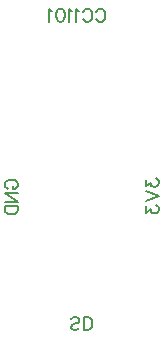
<source format=gbo>
G04 Layer: BottomSilkscreenLayer*
G04 EasyEDA v6.5.40, 2024-05-09 08:25:39*
G04 18a0beea18964d5d8ca67f77cddb8664,df7e7e3c38a3447abd37b529b333d242,10*
G04 Gerber Generator version 0.2*
G04 Scale: 100 percent, Rotated: No, Reflected: No *
G04 Dimensions in millimeters *
G04 leading zeros omitted , absolute positions ,4 integer and 5 decimal *
%FSLAX45Y45*%
%MOMM*%

%ADD10C,0.1524*%

%LPD*%
D10*
X2625343Y319278D02*
G01*
X2614929Y308863D01*
X2599436Y303784D01*
X2578608Y303784D01*
X2563113Y308863D01*
X2552700Y319278D01*
X2552700Y329692D01*
X2557779Y340105D01*
X2563113Y345439D01*
X2573527Y350520D01*
X2604770Y360934D01*
X2614929Y366013D01*
X2620263Y371347D01*
X2625343Y381762D01*
X2625343Y397255D01*
X2614929Y407670D01*
X2599436Y412750D01*
X2578608Y412750D01*
X2563113Y407670D01*
X2552700Y397255D01*
X2659634Y303784D02*
G01*
X2659634Y412750D01*
X2659634Y303784D02*
G01*
X2696209Y303784D01*
X2711704Y308863D01*
X2722118Y319278D01*
X2727197Y329692D01*
X2732531Y345439D01*
X2732531Y371347D01*
X2727197Y386842D01*
X2722118Y397255D01*
X2711704Y407670D01*
X2696209Y412750D01*
X2659634Y412750D01*
X2766822Y2997707D02*
G01*
X2772156Y3008121D01*
X2782570Y3018536D01*
X2792729Y3023615D01*
X2813558Y3023615D01*
X2823972Y3018536D01*
X2834386Y3008121D01*
X2839720Y2997707D01*
X2844800Y2981960D01*
X2844800Y2956052D01*
X2839720Y2940557D01*
X2834386Y2930144D01*
X2823972Y2919729D01*
X2813558Y2914650D01*
X2792729Y2914650D01*
X2782570Y2919729D01*
X2772156Y2930144D01*
X2766822Y2940557D01*
X2654554Y2997707D02*
G01*
X2659888Y3008121D01*
X2670302Y3018536D01*
X2680715Y3023615D01*
X2701290Y3023615D01*
X2711704Y3018536D01*
X2722118Y3008121D01*
X2727452Y2997707D01*
X2732531Y2981960D01*
X2732531Y2956052D01*
X2727452Y2940557D01*
X2722118Y2930144D01*
X2711704Y2919729D01*
X2701290Y2914650D01*
X2680715Y2914650D01*
X2670302Y2919729D01*
X2659888Y2930144D01*
X2654554Y2940557D01*
X2620263Y3002787D02*
G01*
X2609850Y3008121D01*
X2594356Y3023615D01*
X2594356Y2914650D01*
X2560065Y3002787D02*
G01*
X2549652Y3008121D01*
X2534158Y3023615D01*
X2534158Y2914650D01*
X2468625Y3023615D02*
G01*
X2484120Y3018536D01*
X2494534Y3002787D01*
X2499868Y2976879D01*
X2499868Y2961386D01*
X2494534Y2935223D01*
X2484120Y2919729D01*
X2468625Y2914650D01*
X2458211Y2914650D01*
X2442718Y2919729D01*
X2432304Y2935223D01*
X2426970Y2961386D01*
X2426970Y2976879D01*
X2432304Y3002787D01*
X2442718Y3018536D01*
X2458211Y3023615D01*
X2468625Y3023615D01*
X2392679Y3002787D02*
G01*
X2382520Y3008121D01*
X2366772Y3023615D01*
X2366772Y2914650D01*
X3186684Y1577086D02*
G01*
X3186684Y1519936D01*
X3228340Y1551178D01*
X3228340Y1535429D01*
X3233420Y1525270D01*
X3238500Y1519936D01*
X3254247Y1514855D01*
X3264661Y1514855D01*
X3280156Y1519936D01*
X3290570Y1530350D01*
X3295650Y1545844D01*
X3295650Y1561592D01*
X3290570Y1577086D01*
X3285490Y1582420D01*
X3275075Y1587500D01*
X3186684Y1480565D02*
G01*
X3295650Y1438910D01*
X3186684Y1397254D02*
G01*
X3295650Y1438910D01*
X3186684Y1352550D02*
G01*
X3186684Y1295400D01*
X3228340Y1326642D01*
X3228340Y1311147D01*
X3233420Y1300734D01*
X3238500Y1295400D01*
X3254247Y1290320D01*
X3264661Y1290320D01*
X3280156Y1295400D01*
X3290570Y1305813D01*
X3295650Y1321562D01*
X3295650Y1337055D01*
X3290570Y1352550D01*
X3285490Y1357884D01*
X3275075Y1362963D01*
X2018791Y1496821D02*
G01*
X2008377Y1502155D01*
X1997963Y1512570D01*
X1992884Y1522729D01*
X1992884Y1543557D01*
X1997963Y1553971D01*
X2008377Y1564386D01*
X2018791Y1569720D01*
X2034540Y1574800D01*
X2060447Y1574800D01*
X2075941Y1569720D01*
X2086356Y1564386D01*
X2096770Y1553971D01*
X2101850Y1543557D01*
X2101850Y1522729D01*
X2096770Y1512570D01*
X2086356Y1502155D01*
X2075941Y1496821D01*
X2060447Y1496821D01*
X2060447Y1522729D02*
G01*
X2060447Y1496821D01*
X1992884Y1462531D02*
G01*
X2101850Y1462531D01*
X1992884Y1462531D02*
G01*
X2101850Y1389887D01*
X1992884Y1389887D02*
G01*
X2101850Y1389887D01*
X1992884Y1355597D02*
G01*
X2101850Y1355597D01*
X1992884Y1355597D02*
G01*
X1992884Y1319276D01*
X1997963Y1303528D01*
X2008377Y1293113D01*
X2018791Y1288034D01*
X2034540Y1282700D01*
X2060447Y1282700D01*
X2075941Y1288034D01*
X2086356Y1293113D01*
X2096770Y1303528D01*
X2101850Y1319276D01*
X2101850Y1355597D01*
M02*

</source>
